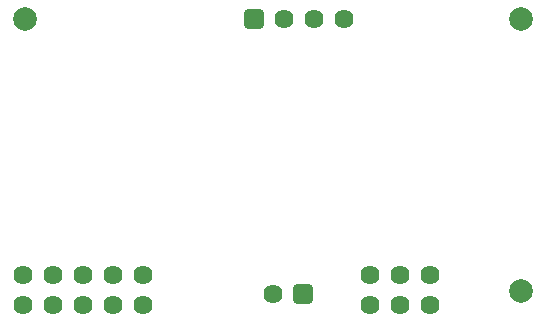
<source format=gbr>
%TF.GenerationSoftware,Altium Limited,Altium Designer,20.1.8 (145)*%
G04 Layer_Color=10066329*
%FSLAX45Y45*%
%MOMM*%
%TF.SameCoordinates,2300FDCC-ED38-457A-842E-A9769F27D6F2*%
%TF.FilePolarity,Negative*%
%TF.FileFunction,Soldermask,Bot*%
%TF.Part,Single*%
G01*
G75*
%TA.AperFunction,WasherPad*%
%ADD25C,2.00000*%
%TA.AperFunction,ComponentPad*%
%ADD30C,1.62400*%
G04:AMPARAMS|DCode=31|XSize=1.624mm|YSize=1.624mm|CornerRadius=0.2405mm|HoleSize=0mm|Usage=FLASHONLY|Rotation=180.000|XOffset=0mm|YOffset=0mm|HoleType=Round|Shape=RoundedRectangle|*
%AMROUNDEDRECTD31*
21,1,1.62400,1.14300,0,0,180.0*
21,1,1.14300,1.62400,0,0,180.0*
1,1,0.48100,-0.57150,0.57150*
1,1,0.48100,0.57150,0.57150*
1,1,0.48100,0.57150,-0.57150*
1,1,0.48100,-0.57150,-0.57150*
%
%ADD31ROUNDEDRECTD31*%
D25*
X250000Y2550000D02*
D03*
X4450000Y250000D02*
D03*
Y2550000D02*
D03*
D30*
X3170000Y130000D02*
D03*
X3424000Y130000D02*
D03*
X3678000Y130000D02*
D03*
Y384000D02*
D03*
X3424000Y384000D02*
D03*
X3170000Y384000D02*
D03*
X1246000Y130000D02*
D03*
X992000D02*
D03*
X738000D02*
D03*
X484000D02*
D03*
X230000D02*
D03*
Y384000D02*
D03*
X484000D02*
D03*
X738000D02*
D03*
X992000D02*
D03*
X1246000D02*
D03*
X2350000Y223520D02*
D03*
X2442000Y2550000D02*
D03*
X2696000D02*
D03*
X2950000D02*
D03*
D31*
X2604000Y223520D02*
D03*
X2188000Y2550000D02*
D03*
%TF.MD5,d16c566bcdd280b64550de8ef1853dbe*%
M02*

</source>
